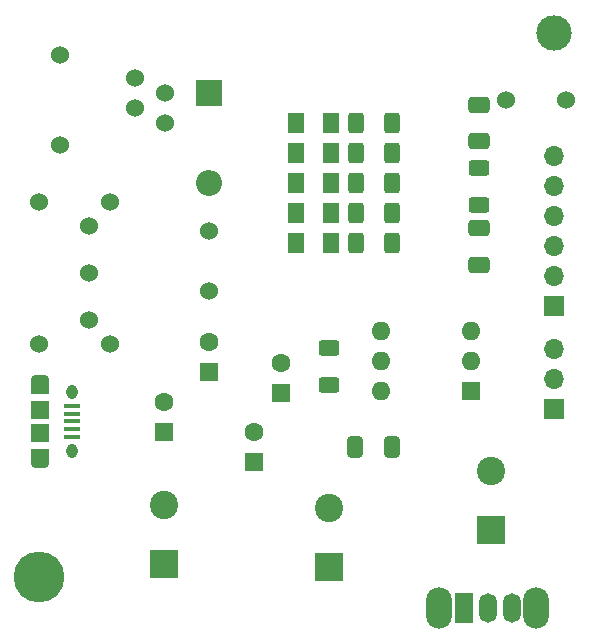
<source format=gbr>
%TF.GenerationSoftware,KiCad,Pcbnew,(6.0.7)*%
%TF.CreationDate,2022-10-29T10:50:57-05:00*%
%TF.ProjectId,BlastGate R2,426c6173-7447-4617-9465-2052322e6b69,rev?*%
%TF.SameCoordinates,Original*%
%TF.FileFunction,Soldermask,Top*%
%TF.FilePolarity,Negative*%
%FSLAX46Y46*%
G04 Gerber Fmt 4.6, Leading zero omitted, Abs format (unit mm)*
G04 Created by KiCad (PCBNEW (6.0.7)) date 2022-10-29 10:50:57*
%MOMM*%
%LPD*%
G01*
G04 APERTURE LIST*
G04 Aperture macros list*
%AMRoundRect*
0 Rectangle with rounded corners*
0 $1 Rounding radius*
0 $2 $3 $4 $5 $6 $7 $8 $9 X,Y pos of 4 corners*
0 Add a 4 corners polygon primitive as box body*
4,1,4,$2,$3,$4,$5,$6,$7,$8,$9,$2,$3,0*
0 Add four circle primitives for the rounded corners*
1,1,$1+$1,$2,$3*
1,1,$1+$1,$4,$5*
1,1,$1+$1,$6,$7*
1,1,$1+$1,$8,$9*
0 Add four rect primitives between the rounded corners*
20,1,$1+$1,$2,$3,$4,$5,0*
20,1,$1+$1,$4,$5,$6,$7,0*
20,1,$1+$1,$6,$7,$8,$9,0*
20,1,$1+$1,$8,$9,$2,$3,0*%
G04 Aperture macros list end*
%ADD10C,1.524000*%
%ADD11RoundRect,0.250001X-0.462499X-0.624999X0.462499X-0.624999X0.462499X0.624999X-0.462499X0.624999X0*%
%ADD12RoundRect,0.250000X-0.400000X-0.625000X0.400000X-0.625000X0.400000X0.625000X-0.400000X0.625000X0*%
%ADD13RoundRect,0.250000X0.625000X-0.400000X0.625000X0.400000X-0.625000X0.400000X-0.625000X-0.400000X0*%
%ADD14O,2.200000X3.500000*%
%ADD15R,1.500000X2.500000*%
%ADD16O,1.500000X2.500000*%
%ADD17R,1.700000X1.700000*%
%ADD18O,1.700000X1.700000*%
%ADD19C,3.000000*%
%ADD20R,1.600000X1.600000*%
%ADD21C,1.600000*%
%ADD22RoundRect,0.250000X0.412500X0.650000X-0.412500X0.650000X-0.412500X-0.650000X0.412500X-0.650000X0*%
%ADD23RoundRect,0.250000X-0.650000X0.412500X-0.650000X-0.412500X0.650000X-0.412500X0.650000X0.412500X0*%
%ADD24R,1.350000X0.400000*%
%ADD25O,0.950000X1.250000*%
%ADD26R,1.550000X1.200000*%
%ADD27R,1.550000X1.500000*%
%ADD28O,1.550000X0.890000*%
%ADD29R,2.400000X2.400000*%
%ADD30C,2.400000*%
%ADD31RoundRect,0.250000X-0.625000X0.400000X-0.625000X-0.400000X0.625000X-0.400000X0.625000X0.400000X0*%
%ADD32O,1.600000X1.600000*%
%ADD33RoundRect,0.250000X0.650000X-0.412500X0.650000X0.412500X-0.650000X0.412500X-0.650000X-0.412500X0*%
%ADD34R,2.200000X2.200000*%
%ADD35O,2.200000X2.200000*%
%ADD36C,4.300000*%
G04 APERTURE END LIST*
D10*
%TO.C,J4*%
X174117000Y-60325000D03*
X174117000Y-67945000D03*
X180467000Y-62230000D03*
X183007000Y-63500000D03*
X180467000Y-64770000D03*
X183007000Y-66040000D03*
%TD*%
D11*
%TO.C,D4*%
X194092500Y-73660000D03*
X197067500Y-73660000D03*
%TD*%
D12*
%TO.C,R2*%
X199110000Y-68580000D03*
X202210000Y-68580000D03*
%TD*%
D10*
%TO.C,POWSEL*%
X176530000Y-74740000D03*
X176530000Y-78740000D03*
X176530000Y-82740000D03*
X172280000Y-84740000D03*
X178280000Y-72740000D03*
X178280000Y-84740000D03*
X172280000Y-72740000D03*
%TD*%
D12*
%TO.C,R1*%
X199110000Y-66040000D03*
X202210000Y-66040000D03*
%TD*%
D13*
%TO.C,R7*%
X196850000Y-88190000D03*
X196850000Y-85090000D03*
%TD*%
D14*
%TO.C,SW2*%
X206212000Y-107104500D03*
X214412000Y-107104500D03*
D15*
X208312000Y-107104500D03*
D16*
X210312000Y-107104500D03*
X212312000Y-107104500D03*
%TD*%
D11*
%TO.C,D1*%
X194092500Y-66040000D03*
X197067500Y-66040000D03*
%TD*%
D17*
%TO.C,SERVO*%
X215900000Y-90282000D03*
D18*
X215900000Y-87742000D03*
X215900000Y-85202000D03*
%TD*%
D19*
%TO.C,REF\u002A\u002A*%
X215900000Y-58420000D03*
%TD*%
D12*
%TO.C,R3*%
X199110000Y-71120000D03*
X202210000Y-71120000D03*
%TD*%
D20*
%TO.C,C12*%
X190500000Y-94719590D03*
D21*
X190500000Y-92219590D03*
%TD*%
D10*
%TO.C,PROG*%
X186690000Y-75184000D03*
X186690000Y-80264000D03*
%TD*%
D22*
%TO.C,C6*%
X202222500Y-93472000D03*
X199097500Y-93472000D03*
%TD*%
D23*
%TO.C,C9*%
X209550000Y-74917500D03*
X209550000Y-78042500D03*
%TD*%
D24*
%TO.C,J3*%
X175129000Y-90008000D03*
X175129000Y-90658000D03*
X175129000Y-91308000D03*
X175129000Y-91958000D03*
X175129000Y-92608000D03*
D25*
X175129000Y-88808000D03*
D26*
X172429000Y-88408000D03*
D27*
X172429000Y-92308000D03*
D25*
X175129000Y-93808000D03*
D28*
X172429000Y-87808000D03*
D27*
X172429000Y-90308000D03*
D28*
X172429000Y-94808000D03*
D26*
X172429000Y-94208000D03*
%TD*%
D29*
%TO.C,C10*%
X196850000Y-103609590D03*
D30*
X196850000Y-98609590D03*
%TD*%
D20*
%TO.C,C4*%
X182880000Y-92179590D03*
D21*
X182880000Y-89679590D03*
%TD*%
D29*
%TO.C,C8*%
X182880000Y-103393549D03*
D30*
X182880000Y-98393549D03*
%TD*%
D31*
%TO.C,R11*%
X209550000Y-69850000D03*
X209550000Y-72950000D03*
%TD*%
D20*
%TO.C,C3*%
X186690000Y-87099590D03*
D21*
X186690000Y-84599590D03*
%TD*%
D20*
%TO.C,C13*%
X192786000Y-88900000D03*
D21*
X192786000Y-86400000D03*
%TD*%
D11*
%TO.C,D5*%
X194092500Y-76200000D03*
X197067500Y-76200000D03*
%TD*%
D20*
%TO.C,SW1*%
X208915000Y-88773000D03*
D32*
X208915000Y-86233000D03*
X208915000Y-83693000D03*
X201295000Y-83693000D03*
X201295000Y-86233000D03*
X201295000Y-88773000D03*
%TD*%
D33*
%TO.C,C7*%
X209550000Y-67602500D03*
X209550000Y-64477500D03*
%TD*%
D10*
%TO.C,RST*%
X216916000Y-64135000D03*
X211836000Y-64135000D03*
%TD*%
D34*
%TO.C,D6*%
X186690000Y-63500000D03*
D35*
X186690000Y-71120000D03*
%TD*%
D12*
%TO.C,R4*%
X199110000Y-73660000D03*
X202210000Y-73660000D03*
%TD*%
D29*
%TO.C,C5*%
X210566000Y-100494959D03*
D30*
X210566000Y-95494959D03*
%TD*%
D11*
%TO.C,D2*%
X194092500Y-68580000D03*
X197067500Y-68580000D03*
%TD*%
%TO.C,D3*%
X194092500Y-71120000D03*
X197067500Y-71120000D03*
%TD*%
D12*
%TO.C,R5*%
X199110000Y-76200000D03*
X202210000Y-76200000D03*
%TD*%
D36*
%TO.C,REF\u002A\u002A*%
X172339000Y-104521000D03*
%TD*%
D18*
%TO.C,FTDI*%
X215900000Y-68834000D03*
X215900000Y-71374000D03*
X215900000Y-73914000D03*
X215900000Y-76454000D03*
X215900000Y-78994000D03*
D17*
X215900000Y-81534000D03*
%TD*%
M02*

</source>
